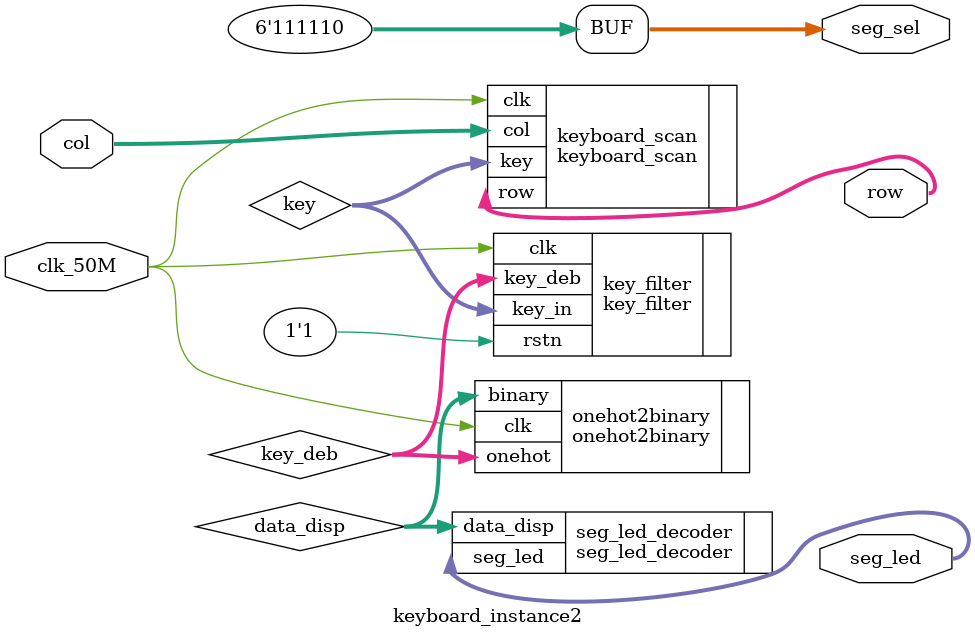
<source format=v>
module keyboard_instance2(clk_50M,col,row,seg_led,seg_sel);
    input clk_50M;
    input [3:0] col;
    output [3:0] row;
    output [7:0] seg_led;
    output [5:0] seg_sel;
    assign seg_sel = 6'b111110;
    wire [15:0] key;
    keyboard_scan keyboard_scan(
        .clk(clk_50M),
        .col(col),
        .row(row),
        .key(key)
    );
    wire [15:0] key_deb;
    key_filter key_filter(
        .clk(clk_50M),
        .rstn(1'b1),
        .key_in(key),
        .key_deb(key_deb)
    );
    wire [3:0] data_disp;
    onehot2binary onehot2binary(
        .clk(clk_50M),
        .onehot(key_deb),
        .binary(data_disp)
    );
    seg_led_decoder seg_led_decoder(
        .data_disp(data_disp),
        .seg_led(seg_led)
    );
endmodule


</source>
